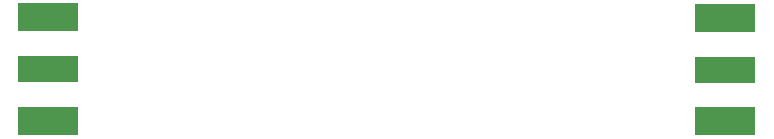
<source format=gbr>
%TF.GenerationSoftware,Altium Limited,Altium Designer,24.6.1 (21)*%
G04 Layer_Color=8421504*
%FSLAX45Y45*%
%MOMM*%
%TF.SameCoordinates,3B8416F1-C8EF-4483-92FF-B4CDE3B21722*%
%TF.FilePolarity,Positive*%
%TF.FileFunction,Paste,Top*%
%TF.Part,Single*%
G01*
G75*
%TA.AperFunction,ConnectorPad*%
%ADD10R,5.08000X2.28600*%
%ADD11R,5.08000X2.41300*%
D10*
X2802660Y4630000D02*
D03*
X8534840Y4625000D02*
D03*
D11*
X2802660Y5068150D02*
D03*
Y4191850D02*
D03*
X8534840Y4186850D02*
D03*
Y5063150D02*
D03*
%TF.MD5,3e147435652c0799659073204dc4d5e2*%
M02*

</source>
